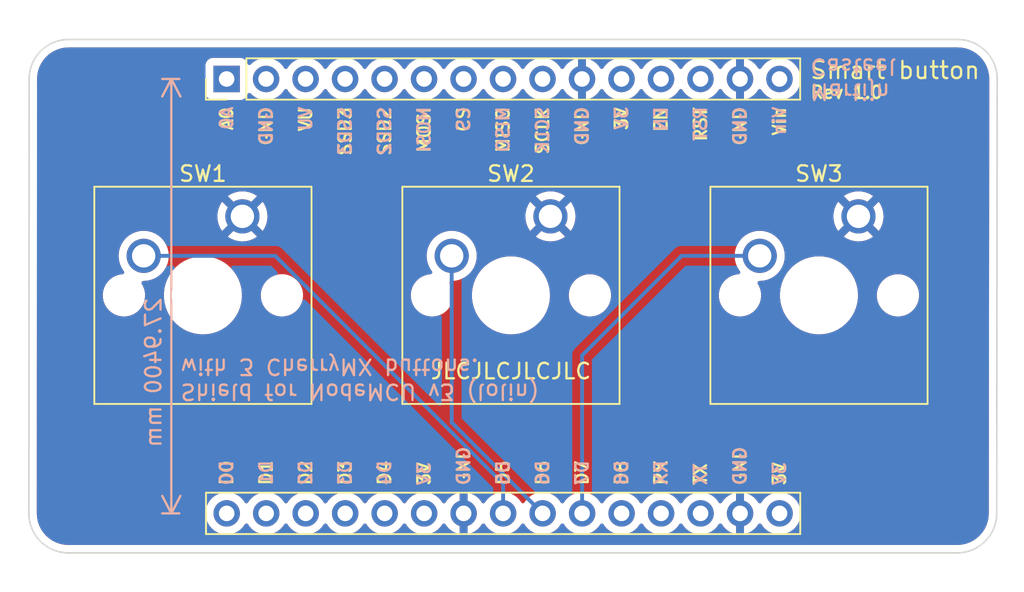
<source format=kicad_pcb>
(kicad_pcb (version 20211014) (generator pcbnew)
  (title_block (title "Smart button") (date "2022-04-04") (company "Martijn Casteel"))
  (layers (0 "F.Cu" signal) (31 "B.Cu" signal) (36 "B.SilkS" user "B.Silkscreen") (37 "F.SilkS" user "F.Silkscreen") (38 "B.Mask" user) (39 "F.Mask" user "F. masker") (44 "Edge.Cuts" user))
  (net 0 "")
  (net 2 "GND")
  (net 19 "Net-(J2-Pad8)")
  (net 20 "Net-(J2-Pad9)")
  (net 21 "Net-(J2-Pad10)")
  (footprint "Connector_PinHeader_2.54mm:PinHeader_1x15_P2.54mm_Vertical" (layer "F.Cu") (at 57.15 105.41 90)
    (fp_text reference "J1")
    (fp_text value "Conn_01x15")
    (fp_line (start 1.33 1.27) (end 1.33 36.89) (layer "F.SilkS") (width 0.12))
    (fp_line (start -1.33 1.27) (end 1.33 1.27) (layer "F.SilkS") (width 0.12))
    (fp_line (start -1.33 0) (end -1.33 -1.33) (layer "F.SilkS") (width 0.12))
    (fp_line (start -1.33 -1.33) (end 0 -1.33) (layer "F.SilkS") (width 0.12))
    (fp_line (start -1.33 1.27) (end -1.33 36.89) (layer "F.SilkS") (width 0.12))
    (fp_line (start -1.33 36.89) (end 1.33 36.89) (layer "F.SilkS") (width 0.12))
    (pad "1" thru_hole rect (at 0 0 90) (size 1.7 1.7) (drill 1) (layers *.Cu *.Mask))
    (pad "2" thru_hole oval (at 0 2.54 90) (size 1.7 1.7) (drill 1) (layers *.Cu *.Mask))
    (pad "3" thru_hole oval (at 0 5.08 90) (size 1.7 1.7) (drill 1) (layers *.Cu *.Mask))
    (pad "4" thru_hole oval (at 0 7.62 90) (size 1.7 1.7) (drill 1) (layers *.Cu *.Mask))
    (pad "5" thru_hole oval (at 0 10.16 90) (size 1.7 1.7) (drill 1) (layers *.Cu *.Mask))
    (pad "6" thru_hole oval (at 0 12.7 90) (size 1.7 1.7) (drill 1) (layers *.Cu *.Mask))
    (pad "7" thru_hole oval (at 0 15.24 90) (size 1.7 1.7) (drill 1) (layers *.Cu *.Mask))
    (pad "8" thru_hole oval (at 0 17.78 90) (size 1.7 1.7) (drill 1) (layers *.Cu *.Mask))
    (pad "9" thru_hole oval (at 0 20.32 90) (size 1.7 1.7) (drill 1) (layers *.Cu *.Mask))
    (pad "10" thru_hole oval (at 0 22.86 90) (size 1.7 1.7) (drill 1) (layers *.Cu *.Mask) (net 2 "GND"))
    (pad "11" thru_hole oval (at 0 25.4 90) (size 1.7 1.7) (drill 1) (layers *.Cu *.Mask))
    (pad "12" thru_hole oval (at 0 27.94 90) (size 1.7 1.7) (drill 1) (layers *.Cu *.Mask))
    (pad "13" thru_hole oval (at 0 30.48 90) (size 1.7 1.7) (drill 1) (layers *.Cu *.Mask))
    (pad "14" thru_hole oval (at 0 33.02 90) (size 1.7 1.7) (drill 1) (layers *.Cu *.Mask) (net 2 "GND"))
    (pad "15" thru_hole oval (at 0 35.56 90) (size 1.7 1.7) (drill 1) (layers *.Cu *.Mask))
  )
  (footprint "Button_Switch_Keyboard:SW_Cherry_MX_1.00u_PCB" (layer "F.Cu") (at 58.166 114.246)
    (fp_text reference "SW1" (at -2.54 -2.74) (layer "F.SilkS"))
    (fp_text value "SW_Push")
    (fp_line (start 4.445 -1.905) (end 4.445 12.065) (layer "F.SilkS") (width 0.12))
    (fp_line (start -9.525 -1.905) (end 4.445 -1.905) (layer "F.SilkS") (width 0.12))
    (fp_line (start -9.525 12.065) (end -9.525 -1.905) (layer "F.SilkS") (width 0.12))
    (fp_line (start 4.445 12.065) (end -9.525 12.065) (layer "F.SilkS") (width 0.12))
    (pad "" np_thru_hole circle (at -2.54 5.08) (size 4 4) (drill 4) (layers *.Cu *.Mask))
    (pad "" np_thru_hole circle (at -7.62 5.08) (size 1.7 1.7) (drill 1.7) (layers *.Cu *.Mask))
    (pad "" np_thru_hole circle (at 2.54 5.08) (size 1.7 1.7) (drill 1.7) (layers *.Cu *.Mask))
    (pad "1" thru_hole circle (at 0 0) (size 2.2 2.2) (drill 1.5) (layers *.Cu *.Mask) (net 2 "GND"))
    (pad "2" thru_hole circle (at -6.35 2.54) (size 2.2 2.2) (drill 1.5) (layers *.Cu *.Mask) (net 19 "Net-(J2-Pad8)"))
  )
  (footprint "Button_Switch_Keyboard:SW_Cherry_MX_1.00u_PCB" (layer "F.Cu") (at 97.79 114.246)
    (fp_text reference "SW3" (at -2.54 -2.74) (layer "F.SilkS"))
    (fp_text value "SW_Push")
    (fp_line (start -9.525 12.065) (end -9.525 -1.905) (layer "F.SilkS") (width 0.12))
    (fp_line (start -9.525 -1.905) (end 4.445 -1.905) (layer "F.SilkS") (width 0.12))
    (fp_line (start 4.445 -1.905) (end 4.445 12.065) (layer "F.SilkS") (width 0.12))
    (fp_line (start 4.445 12.065) (end -9.525 12.065) (layer "F.SilkS") (width 0.12))
    (pad "" np_thru_hole circle (at 2.54 5.08) (size 1.7 1.7) (drill 1.7) (layers *.Cu *.Mask))
    (pad "" np_thru_hole circle (at -2.54 5.08) (size 4 4) (drill 4) (layers *.Cu *.Mask))
    (pad "" np_thru_hole circle (at -7.62 5.08) (size 1.7 1.7) (drill 1.7) (layers *.Cu *.Mask))
    (pad "1" thru_hole circle (at 0 0) (size 2.2 2.2) (drill 1.5) (layers *.Cu *.Mask) (net 2 "GND"))
    (pad "2" thru_hole circle (at -6.35 2.54) (size 2.2 2.2) (drill 1.5) (layers *.Cu *.Mask) (net 21 "Net-(J2-Pad10)"))
  )
  (footprint "Connector_PinHeader_2.54mm:PinHeader_1x15_P2.54mm_Vertical" (layer "F.Cu") (at 57.155 133.35 90)
    (fp_text reference "J2")
    (fp_text value "Conn_01x15")
    (fp_line (start 1.33 -1.33) (end 1.33 36.89) (layer "F.SilkS") (width 0.12))
    (fp_line (start -1.33 36.89) (end 1.33 36.89) (layer "F.SilkS") (width 0.12))
    (fp_line (start -1.33 -1.33) (end 0 -1.33) (layer "F.SilkS") (width 0.12))
    (fp_line (start -1.33 1.27) (end -1.33 -1.33) (layer "F.SilkS") (width 0.12))
    (fp_line (start -1.33 1.27) (end -1.33 36.89) (layer "F.SilkS") (width 0.12))
    (fp_line (start -1.33 -1.33) (end 1.33 -1.33) (layer "F.SilkS") (width 0.12))
    (pad "1" thru_hole circle (at 0 0 90) (size 1.7 1.7) (drill 1) (layers *.Cu *.Mask))
    (pad "2" thru_hole oval (at 0 2.54 90) (size 1.7 1.7) (drill 1) (layers *.Cu *.Mask))
    (pad "3" thru_hole oval (at 0 5.08 90) (size 1.7 1.7) (drill 1) (layers *.Cu *.Mask))
    (pad "4" thru_hole oval (at 0 7.62 90) (size 1.7 1.7) (drill 1) (layers *.Cu *.Mask))
    (pad "5" thru_hole oval (at 0 10.16 90) (size 1.7 1.7) (drill 1) (layers *.Cu *.Mask))
    (pad "6" thru_hole oval (at 0 12.7 90) (size 1.7 1.7) (drill 1) (layers *.Cu *.Mask))
    (pad "7" thru_hole oval (at 0 15.24 90) (size 1.7 1.7) (drill 1) (layers *.Cu *.Mask) (net 2 "GND"))
    (pad "8" thru_hole oval (at 0 17.78 90) (size 1.7 1.7) (drill 1) (layers *.Cu *.Mask) (net 19 "Net-(J2-Pad8)"))
    (pad "9" thru_hole oval (at 0 20.32 90) (size 1.7 1.7) (drill 1) (layers *.Cu *.Mask) (net 20 "Net-(J2-Pad9)"))
    (pad "10" thru_hole oval (at 0 22.86 90) (size 1.7 1.7) (drill 1) (layers *.Cu *.Mask) (net 21 "Net-(J2-Pad10)"))
    (pad "11" thru_hole oval (at 0 25.4 90) (size 1.7 1.7) (drill 1) (layers *.Cu *.Mask))
    (pad "12" thru_hole oval (at 0 27.94 90) (size 1.7 1.7) (drill 1) (layers *.Cu *.Mask))
    (pad "13" thru_hole oval (at 0 30.48 90) (size 1.7 1.7) (drill 1) (layers *.Cu *.Mask))
    (pad "14" thru_hole oval (at 0 33.02 90) (size 1.7 1.7) (drill 1) (layers *.Cu *.Mask) (net 2 "GND"))
    (pad "15" thru_hole oval (at 0 35.56 90) (size 1.7 1.7) (drill 1) (layers *.Cu *.Mask))
  )
  (footprint "Button_Switch_Keyboard:SW_Cherry_MX_1.00u_PCB" (layer "F.Cu") (at 77.978 114.246)
    (fp_text reference "SW2" (at -2.54 -2.74) (layer "F.SilkS"))
    (fp_text value "SW_Push")
    (fp_line (start -9.525 -1.905) (end 4.445 -1.905) (layer "F.SilkS") (width 0.12))
    (fp_line (start -9.525 12.065) (end -9.525 -1.905) (layer "F.SilkS") (width 0.12))
    (fp_line (start 4.445 -1.905) (end 4.445 12.065) (layer "F.SilkS") (width 0.12))
    (fp_line (start 4.445 12.065) (end -9.525 12.065) (layer "F.SilkS") (width 0.12))
    (pad "" np_thru_hole circle (at -7.62 5.08) (size 1.7 1.7) (drill 1.7) (layers *.Cu *.Mask))
    (pad "" np_thru_hole circle (at 2.54 5.08) (size 1.7 1.7) (drill 1.7) (layers *.Cu *.Mask))
    (pad "" np_thru_hole circle (at -2.54 5.08) (size 4 4) (drill 4) (layers *.Cu *.Mask))
    (pad "1" thru_hole circle (at 0 0) (size 2.2 2.2) (drill 1.5) (layers *.Cu *.Mask) (net 2 "GND"))
    (pad "2" thru_hole circle (at -6.35 2.54) (size 2.2 2.2) (drill 1.5) (layers *.Cu *.Mask) (net 20 "Net-(J2-Pad9)"))
  )
  (gr_line (start 44.434 133.35) (end 44.45 105.41) (layer "Edge.Cuts") (width 0.1))
  (gr_arc (start 44.45 105.41) (mid 45.188294 103.619593) (end 46.974 102.87) (layer "Edge.Cuts") (width 0.1))
  (gr_line (start 104.172 102.87) (end 46.974 102.87) (layer "Edge.Cuts") (width 0.1))
  (gr_arc (start 46.974 135.89) (mid 45.177949 135.146051) (end 44.434 133.35) (layer "Edge.Cuts") (width 0.1))
  (gr_arc (start 104.172 102.87) (mid 105.968051 103.613949) (end 106.712 105.41) (layer "Edge.Cuts") (width 0.1))
  (gr_arc (start 106.68 133.35) (mid 105.947342 135.134774) (end 104.172 135.89) (layer "Edge.Cuts") (width 0.1))
  (gr_line (start 104.172 135.89) (end 46.974 135.89) (layer "Edge.Cuts") (width 0.1))
  (gr_line (start 106.68 133.35) (end 106.712 105.41) (layer "Edge.Cuts") (width 0.1))
  (gr_text "SSD3" (at 64.77 108.750095 90) (layer "B.SilkS") (effects (font (size 0.8 0.8)) (justify mirror)))
  (gr_text "RST" (at 87.63 108.292953 90) (layer "B.SilkS") (effects (font (size 0.8 0.8)) (justify mirror)))
  (gr_text "D2" (at 62.23 130.740095 90) (layer "B.SilkS") (effects (font (size 0.8 0.8)) (justify mirror)))
  (gr_text "RX" (at 85.09 130.740095 90) (layer "B.SilkS") (effects (font (size 0.8 0.8)) (justify mirror)))
  (gr_text "3V" (at 69.85 130.797238 90) (layer "B.SilkS") (effects (font (size 0.8 0.8)) (justify mirror)))
  (gr_text "D4" (at 67.31 130.740095 90) (layer "B.SilkS") (effects (font (size 0.8 0.8)) (justify mirror)))
  (gr_text "3V" (at 82.55 107.931048 90) (layer "B.SilkS") (effects (font (size 0.8 0.8)) (justify mirror)))
  (gr_text "TX" (at 87.63 130.835333 90) (layer "B.SilkS") (effects (font (size 0.8 0.8)) (justify mirror)))
  (gr_text "GND" (at 90.17 108.426286 90) (layer "B.SilkS") (effects (font (size 0.8 0.8)) (justify mirror)))
  (gr_text "GND" (at 72.39 130.302 90) (layer "B.SilkS") (effects (font (size 0.8 0.8)) (justify mirror)))
  (gr_text "VU" (at 62.23 107.969143 90) (layer "B.SilkS") (effects (font (size 0.8 0.8)) (justify mirror)))
  (gr_text "D6" (at 77.47 130.740095 90) (layer "B.SilkS") (effects (font (size 0.8 0.8)) (justify mirror)))
  (gr_text "Martijn\nCasteel" (at 94.612 105.41 180) (layer "B.SilkS") (effects (font (size 1 1)) (justify left mirror)))
  (gr_text "Shield for NodeMCU v3 (lolin) \nwith 3 CherryMX buttons." (at 54.102 124.714 180) (layer "B.SilkS") (effects (font (size 1 1)) (justify left mirror)))
  (gr_text "GND" (at 80.01 108.426286 90) (layer "B.SilkS") (effects (font (size 0.8 0.8)) (justify mirror)))
  (gr_text "MISO" (at 74.93 108.654857 90) (layer "B.SilkS") (effects (font (size 0.8 0.8)) (justify mirror)))
  (gr_text "D1" (at 59.69 130.740095 90) (layer "B.SilkS") (effects (font (size 0.8 0.8)) (justify mirror)))
  (gr_text "CS\n" (at 72.39 107.988191 90) (layer "B.SilkS") (effects (font (size 0.8 0.8)) (justify mirror)))
  (gr_text "SCLK" (at 77.47 108.712 90) (layer "B.SilkS") (effects (font (size 0.8 0.8)) (justify mirror)))
  (gr_text "D8" (at 82.55 130.740095 90) (layer "B.SilkS") (effects (font (size 0.8 0.8)) (justify mirror)))
  (gr_text "GND" (at 59.69 108.426286 90) (layer "B.SilkS") (effects (font (size 0.8 0.8)) (justify mirror)))
  (gr_text "GND" (at 90.17 130.302 90) (layer "B.SilkS") (effects (font (size 0.8 0.8)) (justify mirror)))
  (gr_text "Vin" (at 92.71 108.102476 90) (layer "B.SilkS") (effects (font (size 0.8 0.8)) (justify mirror)))
  (gr_text "D3" (at 64.77 130.740095 90) (layer "B.SilkS") (effects (font (size 0.8 0.8)) (justify mirror)))
  (gr_text "D0" (at 57.15 130.740095 90) (layer "B.SilkS") (effects (font (size 0.8 0.8)) (justify mirror)))
  (gr_text "D5" (at 74.93 130.740095 90) (layer "B.SilkS") (effects (font (size 0.8 0.8)) (justify mirror)))
  (gr_text "3V\n" (at 92.71 130.797238 90) (layer "B.SilkS") (effects (font (size 0.8 0.8)) (justify mirror)))
  (gr_text "SSD2" (at 67.31 108.750095 90) (layer "B.SilkS") (effects (font (size 0.8 0.8)) (justify mirror)))
  (gr_text "EN" (at 85.09 107.988191 90) (layer "B.SilkS") (effects (font (size 0.8 0.8)) (justify mirror)))
  (gr_text "MOSI\n" (at 69.85 108.654857 90) (layer "B.SilkS") (effects (font (size 0.8 0.8)) (justify mirror)))
  (gr_text "D7" (at 80.01 130.740095 90) (layer "B.SilkS") (effects (font (size 0.8 0.8)) (justify mirror)))
  (gr_text "A0\n" (at 57.15 107.931048 90) (layer "B.SilkS") (effects (font (size 0.8 0.8)) (justify mirror)))
  (gr_text "SSD2" (at 67.31 108.781809 90) (layer "F.SilkS") (effects (font (size 0.8 0.8))))
  (gr_text "VU" (at 62.23 108.000857 90) (layer "F.SilkS") (effects (font (size 0.8 0.8))))
  (gr_text "TX" (at 87.63 130.835333 90) (layer "F.SilkS") (effects (font (size 0.8 0.8))))
  (gr_text "3V" (at 82.55 107.962762 90) (layer "F.SilkS") (effects (font (size 0.8 0.8))))
  (gr_text "D1" (at 59.69 130.740095 90) (layer "F.SilkS") (effects (font (size 0.8 0.8))))
  (gr_text "D6" (at 77.47 130.740095 90) (layer "F.SilkS") (effects (font (size 0.8 0.8))))
  (gr_text "SSD3" (at 64.77 108.781809 90) (layer "F.SilkS") (effects (font (size 0.8 0.8))))
  (gr_text "RST" (at 87.63 108.324667 90) (layer "F.SilkS") (effects (font (size 0.8 0.8))))
  (gr_text "Smart button" (at 100.146 104.848) (layer "F.SilkS") (effects (font (size 1.1 1.1))))
  (gr_text "3V" (at 69.85 130.797238 90) (layer "F.SilkS") (effects (font (size 0.8 0.8))))
  (gr_text "Rev 1.0" (at 97.028 106.272) (layer "F.SilkS") (effects (font (size 0.8 0.8))))
  (gr_text "GND" (at 59.69 108.458 90) (layer "F.SilkS") (effects (font (size 0.8 0.8))))
  (gr_text "GND" (at 90.17 130.302 90) (layer "F.SilkS") (effects (font (size 0.8 0.8))))
  (gr_text "D2" (at 62.23 130.740095 90) (layer "F.SilkS") (effects (font (size 0.8 0.8))))
  (gr_text "GND" (at 90.17 108.458 90) (layer "F.SilkS") (effects (font (size 0.8 0.8))))
  (gr_text "EN" (at 85.09 108.019905 90) (layer "F.SilkS") (effects (font (size 0.8 0.8))))
  (gr_text "A0\n" (at 57.15 107.962762 90) (layer "F.SilkS") (effects (font (size 0.8 0.8))))
  (gr_text "SCLK" (at 77.47 108.743714 90) (layer "F.SilkS") (effects (font (size 0.8 0.8))))
  (gr_text "D8" (at 82.55 130.740095 90) (layer "F.SilkS") (effects (font (size 0.8 0.8))))
  (gr_text "JLCJLCJLCJLC" (at 75.438 124.206) (layer "F.SilkS") (effects (font (size 1 1))))
  (gr_text "D3" (at 64.77 130.740095 90) (layer "F.SilkS") (effects (font (size 0.8 0.8))))
  (gr_text "D0" (at 57.15 130.740095 90) (layer "F.SilkS") (effects (font (size 0.8 0.8))))
  (gr_text "GND" (at 80.01 108.458 90) (layer "F.SilkS") (effects (font (size 0.8 0.8))))
  (gr_text "D4" (at 67.31 130.740095 90) (layer "F.SilkS") (effects (font (size 0.8 0.8))))
  (gr_text "3V\n" (at 92.71 130.797238 90) (layer "F.SilkS") (effects (font (size 0.8 0.8))))
  (gr_text "RX" (at 85.09 130.740095 90) (layer "F.SilkS") (effects (font (size 0.8 0.8))))
  (gr_text "Vin" (at 92.71 108.13419 90) (layer "F.SilkS") (effects (font (size 0.8 0.8))))
  (gr_text "MISO" (at 74.93 108.686571 90) (layer "F.SilkS") (effects (font (size 0.8 0.8))))
  (gr_text "D7" (at 80.01 130.740095 90) (layer "F.SilkS") (effects (font (size 0.8 0.8))))
  (gr_text "D5" (at 74.93 130.740095 90) (layer "F.SilkS") (effects (font (size 0.8 0.8))))
  (gr_text "CS\n" (at 72.39 108.019905 90) (layer "F.SilkS") (effects (font (size 0.8 0.8))))
  (gr_text "MOSI\n" (at 69.85 108.686571 90) (layer "F.SilkS") (effects (font (size 0.8 0.8))))
  (gr_text "GND" (at 72.39 130.302 90) (layer "F.SilkS") (effects (font (size 0.8 0.8))))
  (dimension (type aligned) (layer "B.SilkS") (pts (xy 54.61 133.35) (xy 54.61 105.41)) (height -1.016) (gr_text "27.9400 mm" (at 52.444 119.38 90) (layer "B.SilkS") (effects (font (size 1 1) (thickness 0.15)) (justify left mirror))) (format (units 3) (units_format 1) (precision 4)) (style (thickness 0.15) (arrow_length 1.27) (text_position_mode 0) (extension_height 0.58642) (extension_offset 0.5) keep_text_aligned))
  (segment (start 74.935 133.35) (end 74.935 131.445718) (width 0.25) (layer "B.Cu") (net 19))
  (segment (start 60.275282 116.786) (end 51.816 116.786) (width 0.25) (layer "B.Cu") (net 19))
  (segment (start 74.935 131.445718) (end 60.275282 116.786) (width 0.25) (layer "B.Cu") (net 19))
  (segment (start 77.475 133.35) (end 71.628 127.503) (width 0.25) (layer "B.Cu") (net 20))
  (segment (start 71.628 127.503) (end 71.628 116.786) (width 0.25) (layer "B.Cu") (net 20))
  (segment (start 80.015 123.185) (end 86.414 116.786) (width 0.25) (layer "B.Cu") (net 21))
  (segment (start 86.414 116.786) (end 91.44 116.786) (width 0.25) (layer "B.Cu") (net 21))
  (segment (start 80.015 133.35) (end 80.015 123.185) (width 0.25) (layer "B.Cu") (net 21))
  (zone (net 2) (net_name "GND") (layer "F.Cu") (connect_pads (clearance 0.508)) (min_thickness 0.254) (fill yes (thermal_gap 0.508) (thermal_bridge_width 0.508))
    (polygon (pts (xy 108.204 100.33) (xy 108.204 137.922) (xy 43.434 138.176) (xy 43.18 100.33)))
  )
  (zone (net 2) (net_name "GND") (layer "B.Cu") (connect_pads (clearance 0.508)) (min_thickness 0.254) (fill yes (thermal_gap 0.508) (thermal_bridge_width 0.508))
    (polygon (pts (xy 43.434 100.580016) (xy 43.434 138.172016) (xy 108.204 138.426016) (xy 108.458 100.580016)))
  )
)
</source>
